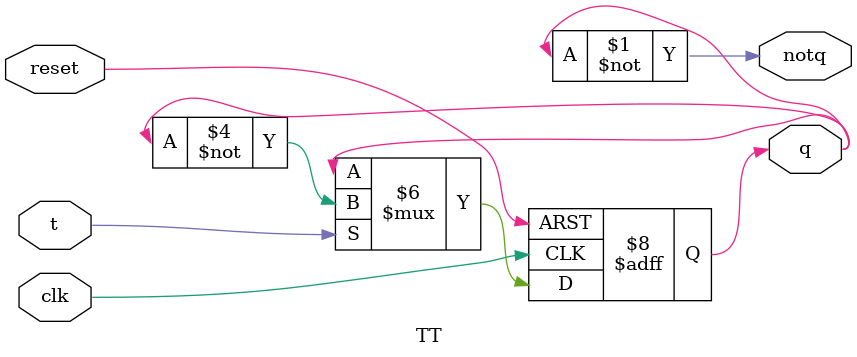
<source format=v>
module asyc_sub(leds, SW0, BTNS, clk);

output [6:0] leds;

input SW0;
input BTNS;
input clk;

// Construct a clock from button
// wire button_clk = BTNS;  // for debugging
debounce debounce1(clk, BTNS, button_clk);

wire [3:0] digit;
wire [6:0] bcd;
wire clk1, clk2, clk3;

BCD7 bcd71(digit, bcd);
assign leds = ~bcd;  // Display the digit

TT Q0(digit[0], , 1'b1, button_clk, SW0);
TT Q1(digit[1], , 1'b1, clk1, SW0);
TT Q2(digit[2], , 1'b1, clk2, SW0);
TT Q3(digit[3], , 1'b1, clk3, SW0);

assign clk1 = digit[0],
       clk2 = digit[1],
       clk3 = digit[2];

endmodule


module TT(q, notq, t, clk, reset);

output reg q = 0;
output notq;

input t, clk, reset;

assign notq = ~q;

always @(posedge clk, negedge reset) begin
    if (~reset)  // Reset to zero
        q <= 0;
    else if (t)  // Flip
        q <= ~q;
end

endmodule


</source>
